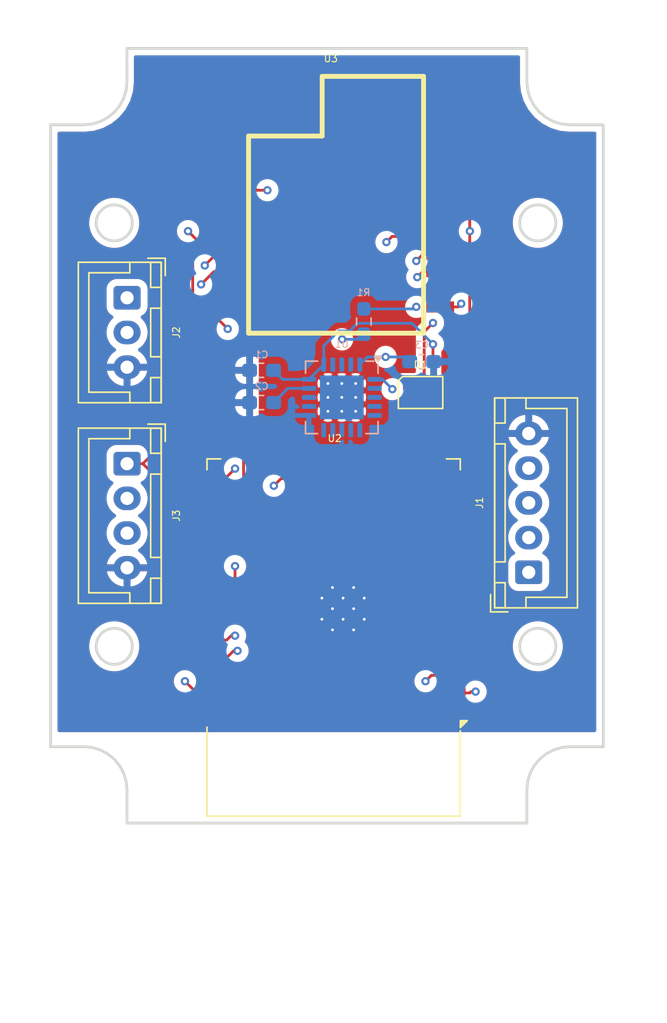
<source format=kicad_pcb>
(kicad_pcb (version 20241229) (generator "pcbnew") (generator_version "9.0")
  (layers (0 "F.Cu" signal) (4 "In1.Cu" signal) (6 "In2.Cu" signal) (2 "B.Cu" signal) (13 "F.Paste" user) (15 "B.Paste" user) (5 "F.SilkS" user "F.Silkscreen") (7 "B.SilkS" user "B.Silkscreen") (1 "F.Mask" user) (3 "B.Mask" user) (25 "Edge.Cuts" user))
  (net 0 "")
  (net 1 "GND")
  (net 2 "+3.3V")
  (net 3 "+5V")
  (net 4 "Net-(U1-NR)")
  (net 6 "/SPORT")
  (net 7 "/RX")
  (net 8 "/TX")
  (net 9 "/BOOT0")
  (net 10 "/SDA")
  (net 11 "/SCK")
  (net 12 "Net-(U2-EN)")
  (net 21 "/DIO2")
  (net 25 "/NSS")
  (net 27 "/BUSY")
  (net 28 "/MOSI")
  (net 32 "/RX_EN")
  (net 36 "/TX_EN")
  (net 37 "/MISO")
  (net 41 "/NRESET")
  (net 44 "/DIO1")
  (footprint "Connector_JST:JST_XH_B4B-XH-A_1x04_P2.50mm_Vertical" (layer "F.Cu") (at 134.6 86.125 -90)
    (property "Reference" "J3" (at 3.75 -3.55 90) (layer "F.SilkS") (effects (font (size 0.5 0.5) (thickness 0.08))))
    (property "Value" "Conn_01x04_Socket" (hide yes))
    (fp_line (start -2.56 3.51) (end 10.06 3.51) (stroke (width 0.12)) (layer "F.SilkS"))
    (fp_line (start 10.06 3.51) (end 10.06 -2.46) (stroke (width 0.12)) (layer "F.SilkS"))
    (fp_line (start -1.8 2.75) (end 3.75 2.75) (stroke (width 0.12)) (layer "F.SilkS"))
    (fp_line (start 9.3 2.75) (end 3.75 2.75) (stroke (width 0.12)) (layer "F.SilkS"))
    (fp_line (start -2.55 -0.2) (end -1.8 -0.2) (stroke (width 0.12)) (layer "F.SilkS"))
    (fp_line (start -1.8 -0.2) (end -1.8 2.75) (stroke (width 0.12)) (layer "F.SilkS"))
    (fp_line (start 9.3 -0.2) (end 9.3 2.75) (stroke (width 0.12)) (layer "F.SilkS"))
    (fp_line (start 10.05 -0.2) (end 9.3 -0.2) (stroke (width 0.12)) (layer "F.SilkS"))
    (fp_line (start -2.55 -1.7) (end -0.75 -1.7) (stroke (width 0.12)) (layer "F.SilkS"))
    (fp_line (start -0.75 -1.7) (end -0.75 -2.45) (stroke (width 0.12)) (layer "F.SilkS"))
    (fp_line (start 0.75 -1.7) (end 6.75 -1.7) (stroke (width 0.12)) (layer "F.SilkS"))
    (fp_line (start 6.75 -1.7) (end 6.75 -2.45) (stroke (width 0.12)) (layer "F.SilkS"))
    (fp_line (start 8.25 -1.7) (end 10.05 -1.7) (stroke (width 0.12)) (layer "F.SilkS"))
    (fp_line (start 10.05 -1.7) (end 10.05 -2.45) (stroke (width 0.12)) (layer "F.SilkS"))
    (fp_line (start -2.55 -2.45) (end -2.55 -1.7) (stroke (width 0.12)) (layer "F.SilkS"))
    (fp_line (start -0.75 -2.45) (end -2.55 -2.45) (stroke (width 0.12)) (layer "F.SilkS"))
    (fp_line (start 0.75 -2.45) (end 0.75 -1.7) (stroke (width 0.12)) (layer "F.SilkS"))
    (fp_line (start 6.75 -2.45) (end 0.75 -2.45) (stroke (width 0.12)) (layer "F.SilkS"))
    (fp_line (start 8.25 -2.45) (end 8.25 -1.7) (stroke (width 0.12)) (layer "F.SilkS"))
    (fp_line (start 10.05 -2.45) (end 8.25 -2.45) (stroke (width 0.12)) (layer "F.SilkS"))
    (fp_line (start -2.56 -2.46) (end -2.56 3.51) (stroke (width 0.12)) (layer "F.SilkS"))
    (fp_line (start 10.06 -2.46) (end -2.56 -2.46) (stroke (width 0.12)) (layer "F.SilkS"))
    (fp_line (start -2.85 -2.75) (end -2.85 -1.5) (stroke (width 0.12)) (layer "F.SilkS"))
    (fp_line (start -1.6 -2.75) (end -2.85 -2.75) (stroke (width 0.12)) (layer "F.SilkS"))
    (pad "1" thru_hole roundrect (at 0 0 270) (size 1.7 1.95) (drill 0.95) (layers "*.Cu" "*.Mask") (roundrect_rratio 0.147059) (net 11 "/SCK"))
    (pad "2" thru_hole oval (at 2.5 0 270) (size 1.7 1.95) (drill 0.95) (layers "*.Cu" "*.Mask") (net 10 "/SDA"))
    (pad "3" thru_hole oval (at 5 0 270) (size 1.7 1.95) (drill 0.95) (layers "*.Cu" "*.Mask") (net 2 "+3.3V"))
    (pad "4" thru_hole oval (at 7.5 0 270) (size 1.7 1.95) (drill 0.95) (layers "*.Cu" "*.Mask") (net 1 "GND"))
  )
  (footprint "LED_SMD:LED_WS2812B-2020_PLCC4_2.0x2.0mm" (layer "F.Cu") (at 155.735 81)
    (property "Reference" "D1" (at 0 -2 0) (layer "F.SilkS") (effects (font (size 0.5 0.5) (thickness 0.08))))
    (property "Value" "WS2812B-2020" (hide yes))
    (fp_line (start -1.6 1.15) (end -1.6 -0.85) (stroke (width 0.12)) (layer "F.SilkS"))
    (fp_line (start -1.6 1.15) (end 1.6 1.15) (stroke (width 0.12)) (layer "F.SilkS"))
    (fp_line (start -1.3 -1.15) (end -1.6 -0.85) (stroke (width 0.12)) (layer "F.SilkS"))
    (fp_line (start -1.3 -1.15) (end 1.6 -1.15) (stroke (width 0.12)) (layer "F.SilkS"))
    (fp_line (start 1.6 -1.15) (end 1.6 1.15) (stroke (width 0.12)) (layer "F.SilkS"))
    (pad "1" smd rect (at -0.915 -0.55) (size 0.7 0.7) (layers "F.Cu" "F.Mask" "F.Paste"))
    (pad "2" smd rect (at -0.915 0.55) (size 0.7 0.7) (layers "F.Cu" "F.Mask" "F.Paste") (net 1 "GND"))
    (pad "3" smd rect (at 0.915 0.55) (size 0.7 0.7) (layers "F.Cu" "F.Mask" "F.Paste") (net 6 "/SPORT"))
    (pad "4" smd rect (at 0.915 -0.55) (size 0.7 0.7) (layers "F.Cu" "F.Mask" "F.Paste") (net 3 "+5V"))
  )
  (footprint "Connector_JST:JST_XH_B3B-XH-A_1x03_P2.50mm_Vertical" (layer "F.Cu") (at 134.6 74.175 -90)
    (property "Reference" "J2" (at 2.5 -3.55 90) (layer "F.SilkS") (effects (font (size 0.5 0.5) (thickness 0.08))))
    (property "Value" "Conn_01x03_Socket" (hide yes))
    (fp_line (start -2.56 3.51) (end 7.56 3.51) (stroke (width 0.12)) (layer "F.SilkS"))
    (fp_line (start 7.56 3.51) (end 7.56 -2.46) (stroke (width 0.12)) (layer "F.SilkS"))
    (fp_line (start -1.8 2.75) (end 2.5 2.75) (stroke (width 0.12)) (layer "F.SilkS"))
    (fp_line (start 6.8 2.75) (end 2.5 2.75) (stroke (width 0.12)) (layer "F.SilkS"))
    (fp_line (start -2.55 -0.2) (end -1.8 -0.2) (stroke (width 0.12)) (layer "F.SilkS"))
    (fp_line (start -1.8 -0.2) (end -1.8 2.75) (stroke (width 0.12)) (layer "F.SilkS"))
    (fp_line (start 6.8 -0.2) (end 6.8 2.75) (stroke (width 0.12)) (layer "F.SilkS"))
    (fp_line (start 7.55 -0.2) (end 6.8 -0.2) (stroke (width 0.12)) (layer "F.SilkS"))
    (fp_line (start -2.55 -1.7) (end -0.75 -1.7) (stroke (width 0.12)) (layer "F.SilkS"))
    (fp_line (start -0.75 -1.7) (end -0.75 -2.45) (stroke (width 0.12)) (layer "F.SilkS"))
    (fp_line (start 0.75 -1.7) (end 4.25 -1.7) (stroke (width 0.12)) (layer "F.SilkS"))
    (fp_line (start 4.25 -1.7) (end 4.25 -2.45) (stroke (width 0.12)) (layer "F.SilkS"))
    (fp_line (start 5.75 -1.7) (end 7.55 -1.7) (stroke (width 0.12)) (layer "F.SilkS"))
    (fp_line (start 7.55 -1.7) (end 7.55 -2.45) (stroke (width 0.12)) (layer "F.SilkS"))
    (fp_line (start -2.55 -2.45) (end -2.55 -1.7) (stroke (width 0.12)) (layer "F.SilkS"))
    (fp_line (start -0.75 -2.45) (end -2.55 -2.45) (stroke (width 0.12)) (layer "F.SilkS"))
    (fp_line (start 0.75 -2.45) (end 0.75 -1.7) (stroke (width 0.12)) (layer "F.SilkS"))
    (fp_line (start 4.25 -2.45) (end 0.75 -2.45) (stroke (width 0.12)) (layer "F.SilkS"))
    (fp_line (start 5.75 -2.45) (end 5.75 -1.7) (stroke (width 0.12)) (layer "F.SilkS"))
    (fp_line (start 7.55 -2.45) (end 5.75 -2.45) (stroke (width 0.12)) (layer "F.SilkS"))
    (fp_line (start -2.56 -2.46) (end -2.56 3.51) (stroke (width 0.12)) (layer "F.SilkS"))
    (fp_line (start 7.56 -2.46) (end -2.56 -2.46) (stroke (width 0.12)) (layer "F.SilkS"))
    (fp_line (start -2.85 -2.75) (end -2.85 -1.5) (stroke (width 0.12)) (layer "F.SilkS"))
    (fp_line (start -1.6 -2.75) (end -2.85 -2.75) (stroke (width 0.12)) (layer "F.SilkS"))
    (pad "1" thru_hole roundrect (at 0 0 270) (size 1.7 1.95) (drill 0.95) (layers "*.Cu" "*.Mask") (roundrect_rratio 0.147059) (net 6 "/SPORT"))
    (pad "2" thru_hole oval (at 2.5 0 270) (size 1.7 1.95) (drill 0.95) (layers "*.Cu" "*.Mask") (net 2 "+3.3V"))
    (pad "3" thru_hole oval (at 5 0 270) (size 1.7 1.95) (drill 0.95) (layers "*.Cu" "*.Mask") (net 1 "GND"))
  )
  (footprint "Connector_JST:JST_XH_B5B-XH-A_1x05_P2.50mm_Vertical" (layer "F.Cu") (at 163.525 93.95 90)
    (property "Reference" "J1" (at 5 -3.55 90) (layer "F.SilkS") (effects (font (size 0.5 0.5) (thickness 0.08))))
    (property "Value" "Conn_01x05_Socket" (hide yes))
    (fp_line (start -1.6 -2.75) (end -2.85 -2.75) (stroke (width 0.12)) (layer "F.SilkS"))
    (fp_line (start -2.85 -2.75) (end -2.85 -1.5) (stroke (width 0.12)) (layer "F.SilkS"))
    (fp_line (start 12.56 -2.46) (end -2.56 -2.46) (stroke (width 0.12)) (layer "F.SilkS"))
    (fp_line (start -2.56 -2.46) (end -2.56 3.51) (stroke (width 0.12)) (layer "F.SilkS"))
    (fp_line (start 12.55 -2.45) (end 10.75 -2.45) (stroke (width 0.12)) (layer "F.SilkS"))
    (fp_line (start 10.75 -2.45) (end 10.75 -1.7) (stroke (width 0.12)) (layer "F.SilkS"))
    (fp_line (start 9.25 -2.45) (end 0.75 -2.45) (stroke (width 0.12)) (layer "F.SilkS"))
    (fp_line (start 0.75 -2.45) (end 0.75 -1.7) (stroke (width 0.12)) (layer "F.SilkS"))
    (fp_line (start -0.75 -2.45) (end -2.55 -2.45) (stroke (width 0.12)) (layer "F.SilkS"))
    (fp_line (start -2.55 -2.45) (end -2.55 -1.7) (stroke (width 0.12)) (layer "F.SilkS"))
    (fp_line (start 12.55 -1.7) (end 12.55 -2.45) (stroke (width 0.12)) (layer "F.SilkS"))
    (fp_line (start 10.75 -1.7) (end 12.55 -1.7) (stroke (width 0.12)) (layer "F.SilkS"))
    (fp_line (start 9.25 -1.7) (end 9.25 -2.45) (stroke (width 0.12)) (layer "F.SilkS"))
    (fp_line (start 0.75 -1.7) (end 9.25 -1.7) (stroke (width 0.12)) (layer "F.SilkS"))
    (fp_line (start -0.75 -1.7) (end -0.75 -2.45) (stroke (width 0.12)) (layer "F.SilkS"))
    (fp_line (start -2.55 -1.7) (end -0.75 -1.7) (stroke (width 0.12)) (layer "F.SilkS"))
    (fp_line (start 12.55 -0.2) (end 11.8 -0.2) (stroke (width 0.12)) (layer "F.SilkS"))
    (fp_line (start 11.8 -0.2) (end 11.8 2.75) (stroke (width 0.12)) (layer "F.SilkS"))
    (fp_line (start -1.8 -0.2) (end -1.8 2.75) (stroke (width 0.12)) (layer "F.SilkS"))
    (fp_line (start -2.55 -0.2) (end -1.8 -0.2) (stroke (width 0.12)) (layer "F.SilkS"))
    (fp_line (start 11.8 2.75) (end 5 2.75) (stroke (width 0.12)) (layer "F.SilkS"))
    (fp_line (start -1.8 2.75) (end 5 2.75) (stroke (width 0.12)) (layer "F.SilkS"))
    (fp_line (start 12.56 3.51) (end 12.56 -2.46) (stroke (width 0.12)) (layer "F.SilkS"))
    (fp_line (start -2.56 3.51) (end 12.56 3.51) (stroke (width 0.12)) (layer "F.SilkS"))
    (pad "1" thru_hole roundrect (at 0 0 90) (size 1.7 1.95) (drill 0.95) (layers "*.Cu" "*.Mask") (roundrect_rratio 0.147059) (net 9 "/BOOT0"))
    (pad "2" thru_hole oval (at 2.5 0 90) (size 1.7 1.95) (drill 0.95) (layers "*.Cu" "*.Mask") (net 8 "/TX"))
    (pad "3" thru_hole oval (at 5 0 90) (size 1.7 1.95) (drill 0.95) (layers "*.Cu" "*.Mask") (net 7 "/RX"))
    (pad "4" thru_hole oval (at 7.5 0 90) (size 1.7 1.95) (drill 0.95) (layers "*.Cu" "*.Mask") (net 2 "+3.3V"))
    (pad "5" thru_hole oval (at 10 0 90) (size 1.7 1.95) (drill 0.95) (layers "*.Cu" "*.Mask") (net 1 "GND"))
  )
  (footprint "RF_Module:ESP32-WROOM-32" (layer "F.Cu") (at 149.475 95.66 180)
    (property "Reference" "U2" (at -0.075 11.36 0) (layer "F.SilkS") (effects (font (size 0.5 0.5) (thickness 0.08))))
    (property "Value" "ESP32-WROOM-32" (hide yes))
    (fp_line (start 9.12 9.88) (end 8.12 9.88) (stroke (width 0.12)) (layer "F.SilkS"))
    (fp_line (start 9.12 9.1) (end 9.12 9.88) (stroke (width 0.12)) (layer "F.SilkS"))
    (fp_line (start 9.12 -15.86) (end 9.12 -9.445) (stroke (width 0.12)) (layer "F.SilkS"))
    (fp_line (start -9.12 9.88) (end -8.12 9.88) (stroke (width 0.12)) (layer "F.SilkS"))
    (fp_line (start -9.12 9.1) (end -9.12 9.88) (stroke (width 0.12)) (layer "F.SilkS"))
    (fp_line (start -9.12 -15.86) (end 9.12 -15.86) (stroke (width 0.12)) (layer "F.SilkS"))
    (fp_line (start -9.12 -15.86) (end -9.12 -9.7) (stroke (width 0.12)) (layer "F.SilkS"))
    (fp_poly (pts (xy -9.125 -8.975) (xy -9.625 -8.975) (xy -9.125 -9.475) (xy -9.125 -8.975)) (stroke (width 0.12)) (fill yes) (layer "F.SilkS"))
    (pad "1" smd rect (at -8.75 -8.25 180) (size 1.5 0.9) (layers "F.Cu" "F.Mask" "F.Paste") (net 1 "GND"))
    (pad "2" smd rect (at -8.75 -6.98 180) (size 1.5 0.9) (layers "F.Cu" "F.Mask" "F.Paste") (net 2 "+3.3V"))
    (pad "3" smd rect (at -8.75 -5.71 180) (size 1.5 0.9) (layers "F.Cu" "F.Mask" "F.Paste") (net 12 "Net-(U2-EN)"))
    (pad "4" smd rect (at -8.75 -4.44 180) (size 1.5 0.9) (layers "F.Cu" "F.Mask" "F.Paste"))
    (pad "5" smd rect (at -8.75 -3.17 180) (size 1.5 0.9) (layers "F.Cu" "F.Mask" "F.Paste"))
    (pad "6" smd rect (at -8.75 -1.9 180) (size 1.5 0.9) (layers "F.Cu" "F.Mask" "F.Paste"))
    (pad "7" smd rect (at -8.75 -0.63 180) (size 1.5 0.9) (layers "F.Cu" "F.Mask" "F.Paste"))
    (pad "8" smd rect (at -8.75 0.64 180) (size 1.5 0.9) (layers "F.Cu" "F.Mask" "F.Paste"))
    (pad "9" smd rect (at -8.75 1.91 180) (size 1.5 0.9) (layers "F.Cu" "F.Mask" "F.Paste"))
    (pad "10" smd rect (at -8.75 3.18 180) (size 1.5 0.9) (layers "F.Cu" "F.Mask" "F.Paste"))
    (pad "11" smd rect (at -8.75 4.45 180) (size 1.5 0.9) (layers "F.Cu" "F.Mask" "F.Paste") (net 36 "/TX_EN"))
    (pad "12" smd rect (at -8.75 5.72 180) (size 1.5 0.9) (layers "F.Cu" "F.Mask" "F.Paste") (net 32 "/RX_EN"))
    (pad "13" smd rect (at -8.75 6.99 180) (size 1.5 0.9) (layers "F.Cu" "F.Mask" "F.Paste") (net 41 "/NRESET"))
    (pad "14" smd rect (at -8.75 8.26 180) (size 1.5 0.9) (layers "F.Cu" "F.Mask" "F.Paste"))
    (pad "15" smd rect (at -5.71 9.51 270) (size 1.5 0.9) (layers "F.Cu" "F.Mask" "F.Paste") (net 1 "GND"))
    (pad "16" smd rect (at -4.44 9.51 270) (size 1.5 0.9) (layers "F.Cu" "F.Mask" "F.Paste") (net 6 "/SPORT"))
    (pad "17" smd rect (at -3.17 9.51 270) (size 1.5 0.9) (layers "F.Cu" "F.Mask" "F.Paste"))
    (pad "18" smd rect (at -1.9 9.51 270) (size 1.5 0.9) (layers "F.Cu" "F.Mask" "F.Paste"))
    (pad "19" smd rect (at -0.63 9.51 270) (size 1.5 0.9) (layers "F.Cu" "F.Mask" "F.Paste"))
    (pad "20" smd rect (at 0.64 9.51 270) (size 1.5 0.9) (layers "F.Cu" "F.Mask" "F.Paste"))
    (pad "21" smd rect (at 1.91 9.51 270) (size 1.5 0.9) (layers "F.Cu" "F.Mask" "F.Paste"))
    (pad "22" smd rect (at 3.18 9.51 270) (size 1.5 0.9) (layers "F.Cu" "F.Mask" "F.Paste") (net 10 "/SDA"))
    (pad "23" smd rect (at 4.45 9.51 270) (size 1.5 0.9) (layers "F.Cu" "F.Mask" "F.Paste"))
    (pad "24" smd rect (at 5.72 9.51 270) (size 1.5 0.9) (layers "F.Cu" "F.Mask" "F.Paste") (net 21 "/DIO2"))
    (pad "25" smd rect (at 8.75 8.26 180) (size 1.5 0.9) (layers "F.Cu" "F.Mask" "F.Paste") (net 9 "/BOOT0"))
    (pad "26" smd rect (at 8.75 6.99 180) (size 1.5 0.9) (layers "F.Cu" "F.Mask" "F.Paste") (net 44 "/DIO1"))
    (pad "27" smd rect (at 8.75 5.72 180) (size 1.5 0.9) (layers "F.Cu" "F.Mask" "F.Paste"))
    (pad "28" smd rect (at 8.75 4.45 180) (size 1.5 0.9) (layers "F.Cu" "F.Mask" "F.Paste"))
    (pad "29" smd rect (at 8.75 3.18 180) (size 1.5 0.9) (layers "F.Cu" "F.Mask" "F.Paste") (net 25 "/NSS"))
    (pad "30" smd rect (at 8.75 1.91 180) (size 1.5 0.9) (layers "F.Cu" "F.Mask" "F.Paste") (net 11 "/SCK"))
    (pad "31" smd rect (at 8.75 0.64 180) (size 1.5 0.9) (layers "F.Cu" "F.Mask" "F.Paste") (net 37 "/MISO"))
    (pad "32" smd rect (at 8.75 -0.63 180) (size 1.5 0.9) (layers "F.Cu" "F.Mask" "F.Paste"))
    (pad "33" smd rect (at 8.75 -1.9 180) (size 1.5 0.9) (layers "F.Cu" "F.Mask" "F.Paste") (net 27 "/BUSY"))
    (pad "34" smd rect (at 8.75 -3.17 180) (size 1.5 0.9) (layers "F.Cu" "F.Mask" "F.Paste") (net 7 "/RX"))
    (pad "35" smd rect (at 8.75 -4.44 180) (size 1.5 0.9) (layers "F.Cu" "F.Mask" "F.Paste") (net 8 "/TX"))
    (pad "36" smd rect (at 8.75 -5.71 180) (size 1.5 0.9) (layers "F.Cu" "F.Mask" "F.Paste"))
    (pad "37" smd rect (at 8.75 -6.98 180) (size 1.5 0.9) (layers "F.Cu" "F.Mask" "F.Paste") (net 28 "/MOSI"))
    (pad "38" smd rect (at 8.75 -8.25 180) (size 1.5 0.9) (layers "F.Cu" "F.Mask" "F.Paste") (net 1 "GND"))
    (pad "39" smd rect (at -2.205 -2.435 180) (size 1.05 1.05) (layers "F.Cu" "F.Paste") (net 1 "GND"))
    (pad "39" thru_hole circle (at -2.205 -1.6725 180) (size 0.6 0.6) (drill 0.2) (property pad_prop_heatsink) (layers "*.Cu" "F.Mask") (net 1 "GND"))
    (pad "39" smd rect (at -2.205 -0.91 180) (size 1.05 1.05) (layers "F.Cu" "F.Paste") (net 1 "GND"))
    (pad "39" thru_hole circle (at -2.205 -0.1475 180) (size 0.6 0.6) (drill 0.2) (property pad_prop_heatsink) (layers "*.Cu" "F.Mask") (net 1 "GND"))
    (pad "39" smd rect (at -2.205 0.615 180) (size 1.05 1.05) (layers "F.Cu" "F.Paste") (net 1 "GND"))
    (pad "39" thru_hole circle (at -1.4425 -2.435 180) (size 0.6 0.6) (drill 0.2) (property pad_prop_heatsink) (layers "*.Cu" "F.Mask") (net 1 "GND"))
    (pad "39" thru_hole circle (at -1.4425 -0.91 180) (size 0.6 0.6) (drill 0.2) (property pad_prop_heatsink) (layers "*.Cu" "F.Mask") (net 1 "GND"))
    (pad "39" thru_hole circle (at -1.4425 0.615 180) (size 0.6 0.6) (drill 0.2) (property pad_prop_heatsink) (layers "*.Cu" "F.Mask") (net 1 "GND"))
    (pad "39" smd rect (at -0.68 -2.435 180) (size 1.05 1.05) (layers "F.Cu" "F.Paste") (net 1 "GND"))
    (pad "39" thru_hole circle (at -0.68 -1.6725 180) (size 0.6 0.6) (drill 0.2) (property pad_prop_heatsink) (layers "*.Cu" "F.Mask") (net 1 "GND"))
    (pad "39" smd rect (at -0.68 -0.91 180) (size 1.05 1.05) (layers "F.Cu" "F.Paste") (net 1 "GND"))
    (pad "39" smd rect (at -0.68 -0.91 180) (size 4.2 4.2) (property pad_prop_heatsink) (layers "F.Cu" "F.Mask") (net 1 "GND"))
    (pad "39" thru_hole circle (at -0.68 -0.1475 180) (size 0.6 0.6) (drill 0.2) (property pad_prop_heatsink) (layers "*.Cu" "F.Mask") (net 1 "GND"))
    (pad "39" smd rect (at -0.68 0.615 180) (size 1.05 1.05) (layers "F.Cu" "F.Paste") (net 1 "GND"))
    (pad "39" thru_hole circle (at 0.0825 -2.435 180) (size 0.6 0.6) (drill 0.2) (property pad_prop_heatsink) (layers "*.Cu" "F.Mask") (net 1 "GND"))
    (pad "39" thru_hole circle (at 0.0825 -0.91 180) (size 0.6 0.6) (drill 0.2) (property pad_prop_heatsink) (layers "*.Cu" "F.Mask") (net 1 "GND"))
    (pad "39" thru_hole circle (at 0.0825 0.615 180) (size 0.6 0.6) (drill 0.2) (property pad_prop_heatsink) (layers "*.Cu" "F.Mask") (net 1 "GND"))
    (pad "39" smd rect (at 0.845 -2.435 180) (size 1.05 1.05) (layers "F.Cu" "F.Paste") (net 1 "GND"))
    (pad "39" thru_hole circle (at 0.845 -1.6725 180) (size 0.6 0.6) (drill 0.2) (property pad_prop_heatsink) (layers "*.Cu" "F.Mask") (net 1 "GND"))
    (pad "39" smd rect (at 0.845 -0.91 180) (size 1.05 1.05) (layers "F.Cu" "F.Paste") (net 1 "GND"))
    (pad "39" thru_hole circle (at 0.845 -0.1475 180) (size 0.6 0.6) (drill 0.2) (property pad_prop_heatsink) (layers "*.Cu" "F.Mask") (net 1 "GND"))
    (pad "39" smd rect (at 0.845 0.615 180) (size 1.05 1.05) (layers "F.Cu" "F.Paste") (net 1 "GND"))
    (zone (net 0) (net_name "") (layers "F.Cu" "B.Cu" "In1.Cu" "In2.Cu") (connect_pads (clearance 0)) (min_thickness 0.254)
      (keepout (tracks not_allowed) (vias not_allowed) (pads not_allowed) (copperpour not_allowed) (footprints not_allowed))
      (fill (thermal_gap 0.508) (thermal_bridge_width 0.508))
      (polygon (pts (xy 173.475 105.46) (xy 125.475 105.46) (xy 125.475 126.4) (xy 173.475 126.4)))
    )
  )
  (footprint "Library:E28" (layer "F.Cu") (at 149.15 68.585 90)
    (property "Reference" "U3" (at 11.635 0.125 0) (layer "F.SilkS") (effects (font (size 0.5 0.5) (thickness 0.08))))
    (property "Value" "E28-2G4M27S" (hide yes))
    (fp_line (start -8.14 -5.8) (end 6.06 -5.8) (stroke (width 0.35)) (layer "F.SilkS"))
    (fp_line (start 6.06 -0.5) (end 6.06 -5.8) (stroke (width 0.35)) (layer "F.SilkS"))
    (fp_line (start 6.06 -0.5) (end 10.36 -0.5) (stroke (width 0.35)) (layer "F.SilkS"))
    (fp_line (start 10.36 6.8) (end 10.36 -0.5) (stroke (width 0.35)) (layer "F.SilkS"))
    (fp_line (start -8.14 6.8) (end -8.14 -5.8) (stroke (width 0.35)) (layer "F.SilkS"))
    (fp_line (start -8.14 6.8) (end 10.36 6.8) (stroke (width 0.35)) (layer "F.SilkS"))
    (pad "1" smd rect (at -6.25 -7 270) (size 0.8 2) (layers "F.Cu" "F.Mask" "F.Paste") (net 2 "+3.3V"))
    (pad "1" smd rect (at -6.25 8 270) (size 0.8 2) (layers "F.Cu" "F.Mask" "F.Paste") (net 2 "+3.3V"))
    (pad "2" smd rect (at -4.98 -7 270) (size 0.8 2) (layers "F.Cu" "F.Mask" "F.Paste") (net 1 "GND"))
    (pad "2" smd rect (at -4.98 8 270) (size 0.8 2) (layers "F.Cu" "F.Mask" "F.Paste") (net 1 "GND"))
    (pad "3" smd rect (at -3.71 -7 270) (size 0.8 2) (layers "F.Cu" "F.Mask" "F.Paste") (net 37 "/MISO"))
    (pad "3" smd rect (at -3.71 8 270) (size 0.8 2) (layers "F.Cu" "F.Mask" "F.Paste") (net 37 "/MISO"))
    (pad "4" smd rect (at -2.44 -7 270) (size 0.8 2) (layers "F.Cu" "F.Mask" "F.Paste") (net 28 "/MOSI"))
    (pad "4" smd rect (at -2.44 8 270) (size 0.8 2) (layers "F.Cu" "F.Mask" "F.Paste") (net 28 "/MOSI"))
    (pad "5" smd rect (at -1.17 -7 270) (size 0.8 2) (layers "F.Cu" "F.Mask" "F.Paste") (net 11 "/SCK"))
    (pad "5" smd rect (at -1.17 8 270) (size 0.8 2) (layers "F.Cu" "F.Mask" "F.Paste") (net 11 "/SCK"))
    (pad "6" smd rect (at 0.1 -7 270) (size 0.8 2) (layers "F.Cu" "F.Mask" "F.Paste") (net 25 "/NSS"))
    (pad "6" smd rect (at 0.1 8 270) (size 0.8 2) (layers "F.Cu" "F.Mask" "F.Paste") (net 25 "/NSS"))
    (pad "7" smd rect (at 1.37 -7 270) (size 0.8 2) (layers "F.Cu" "F.Mask" "F.Paste") (net 1 "GND"))
    (pad "7" smd rect (at 1.37 8 270) (size 0.8 2) (layers "F.Cu" "F.Mask" "F.Paste") (net 1 "GND"))
    (pad "8" smd rect (at 2.64 -7 270) (size 0.8 2) (layers "F.Cu" "F.Mask" "F.Paste") (net 32 "/RX_EN"))
    (pad "8" smd rect (at 2.64 8 270) (size 0.8 2) (layers "F.Cu" "F.Mask" "F.Paste") (net 32 "/RX_EN"))
  )
  (footprint "Resistor_SMD:R_0603_1608Metric_Pad0.98x0.95mm_HandSolder" (layer "B.Cu") (at 151.65 75.8875 90)
    (property "Reference" "R1" (at 2.0875 -0.025 0) (layer "B.SilkS") (effects (font (size 0.5 0.5) (thickness 0.08)) (justify mirror)))
    (property "Value" "10K" (hide yes))
    (fp_line (start -0.254724 -0.5225) (end 0.254724 -0.5225) (stroke (width 0.12)) (layer "B.SilkS"))
    (fp_line (start -0.254724 0.5225) (end 0.254724 0.5225) (stroke (width 0.12)) (layer "B.SilkS"))
    (pad "1" smd roundrect (at -0.9125 0 90) (size 0.975 0.95) (layers "B.Cu" "B.Mask" "B.Paste") (net 2 "+3.3V"))
    (pad "2" smd roundrect (at 0.9125 0 90) (size 0.975 0.95) (layers "B.Cu" "B.Mask" "B.Paste") (net 12 "Net-(U2-EN)"))
  )
  (footprint "Capacitor_SMD:C_0603_1608Metric_Pad1.08x0.95mm_HandSolder" (layer "B.Cu") (at 144.2875 79.4 180)
    (property "Reference" "C1" (at 0 1.125 0) (layer "B.SilkS") (effects (font (size 0.5 0.5) (thickness 0.08)) (justify mirror)))
    (property "Value" "10uF" (hide yes))
    (fp_line (start -0.146267 0.51) (end 0.146267 0.51) (stroke (width 0.12)) (layer "B.SilkS"))
    (fp_line (start -0.146267 -0.51) (end 0.146267 -0.51) (stroke (width 0.12)) (layer "B.SilkS"))
    (pad "1" smd roundrect (at -0.8625 0 180) (size 1.075 0.95) (layers "B.Cu" "B.Mask" "B.Paste") (net 3 "+5V"))
    (pad "2" smd roundrect (at 0.8625 0 180) (size 1.075 0.95) (layers "B.Cu" "B.Mask" "B.Paste") (net 1 "GND"))
  )
  (footprint "Package_DFN_QFN:Texas_RGW0020A_VQFN-20-1EP_5x5mm_P0.65mm_EP3.15x3.15mm_ThermalVias" (layer "B.Cu") (at 150.0625 81.35 180)
    (property "Reference" "U1" (at 0 3.83 0) (layer "B.SilkS") (effects (font (size 0.5 0.5) (thickness 0.08)) (justify mirror)))
    (property "Value" "TPS7A4701xRGW" (hide yes))
    (fp_line (start 2.61 2.61) (end 2.61 1.735) (stroke (width 0.12)) (layer "B.SilkS"))
    (fp_line (start 2.61 -2.61) (end 2.61 -1.735) (stroke (width 0.12)) (layer "B.SilkS"))
    (fp_line (start 1.735 2.61) (end 2.61 2.61) (stroke (width 0.12)) (layer "B.SilkS"))
    (fp_line (start 1.735 -2.61) (end 2.61 -2.61) (stroke (width 0.12)) (layer "B.SilkS"))
    (fp_line (start -1.735 2.61) (end -2.31 2.61) (stroke (width 0.12)) (layer "B.SilkS"))
    (fp_line (start -1.735 -2.61) (end -2.61 -2.61) (stroke (width 0.12)) (layer "B.SilkS"))
    (fp_line (start -2.61 1.735) (end -2.61 2.37) (stroke (width 0.12)) (layer "B.SilkS"))
    (fp_line (start -2.61 -2.61) (end -2.61 -1.735) (stroke (width 0.12)) (layer "B.SilkS"))
    (fp_poly (pts (xy -2.61 2.61) (xy -2.85 2.94) (xy -2.37 2.94) (xy -2.61 2.61)) (stroke (width 0.12)) (fill yes) (layer "B.SilkS"))
    (pad "1" smd roundrect (at -2.3625 1.3 180) (size 1.025 0.35) (layers "B.Cu" "B.Mask" "B.Paste") (net 2 "+3.3V"))
    (pad "2" smd roundrect (at -2.3625 0.65 180) (size 1.025 0.35) (layers "B.Cu" "B.Mask" "B.Paste"))
    (pad "3" smd roundrect (at -2.3625 0 180) (size 1.025 0.35) (layers "B.Cu" "B.Mask" "B.Paste"))
    (pad "4" smd roundrect (at -2.3625 -0.65 180) (size 1.025 0.35) (layers "B.Cu" "B.Mask" "B.Paste"))
    (pad "5" smd roundrect (at -2.3625 -1.3 180) (size 1.025 0.35) (layers "B.Cu" "B.Mask" "B.Paste"))
    (pad "6" smd roundrect (at -1.3 -2.3625 180) (size 0.35 1.025) (layers "B.Cu" "B.Mask" "B.Paste"))
    (pad "7" smd roundrect (at -0.65 -2.3625 180) (size 0.35 1.025) (layers "B.Cu" "B.Mask" "B.Paste") (net 1 "GND"))
    (pad "8" smd roundrect (at 0 -2.3625 180) (size 0.35 1.025) (layers "B.Cu" "B.Mask" "B.Paste") (net 1 "GND"))
    (pad "9" smd roundrect (at 0.65 -2.3625 180) (size 0.35 1.025) (layers "B.Cu" "B.Mask" "B.Paste"))
    (pad "10" smd roundrect (at 1.3 -2.3625 180) (size 0.35 1.025) (layers "B.Cu" "B.Mask" "B.Paste"))
    (pad "11" smd roundrect (at 2.3625 -1.3 180) (size 1.025 0.35) (layers "B.Cu" "B.Mask" "B.Paste") (net 1 "GND"))
    (pad "12" smd roundrect (at 2.3625 -0.65 180) (size 1.025 0.35) (layers "B.Cu" "B.Mask" "B.Paste") (net 1 "GND"))
    (pad "13" smd roundrect (at 2.3625 0 180) (size 1.025 0.35) (layers "B.Cu" "B.Mask" "B.Paste") (net 3 "+5V"))
    (pad "14" smd roundrect (at 2.3625 0.65 180) (size 1.025 0.35) (layers "B.Cu" "B.Mask" "B.Paste") (net 4 "Net-(U1-NR)"))
    (pad "15" smd roundrect (at 2.3625 1.3 180) (size 1.025 0.35) (layers "B.Cu" "B.Mask" "B.Paste") (net 3 "+5V"))
    (pad "16" smd roundrect (at 1.3 2.3625 180) (size 0.35 1.025) (layers "B.Cu" "B.Mask" "B.Paste") (net 3 "+5V"))
    (pad "17" smd roundrect (at 0.65 2.3625 180) (size 0.35 1.025) (layers "B.Cu" "B.Mask" "B.Paste"))
    (pad "18" smd roundrect (at 0 2.3625 180) (size 0.35 1.025) (layers "B.Cu" "B.Mask" "B.Paste"))
    (pad "19" smd roundrect (at -0.65 2.3625 180) (size 0.35 1.025) (layers "B.Cu" "B.Mask" "B.Paste"))
    (pad "20" smd roundrect (at -1.3 2.3625 180) (size 0.35 1.025) (layers "B.Cu" "B.Mask" "B.Paste") (net 2 "+3.3V"))
    (pad "21" thru_hole circle (at -1 -1 180) (size 0.5 0.5) (drill 0.2) (property pad_prop_heatsink) (layers "*.Cu") (net 1 "GND"))
    (pad "21" thru_hole circle (at -1 0 180) (size 0.5 0.5) (drill 0.2) (property pad_prop_heatsink) (layers "*.Cu") (net 1 "GND"))
    (pad "21" thru_hole circle (at -1 1 180) (size 0.5 0.5) (drill 0.2) (property pad_prop_heatsink) (layers "*.Cu") (net 1 "GND"))
    (pad "21" thru_hole circle (at 0 -1 180) (size 0.5 0.5) (drill 0.2) (property pad_prop_heatsink) (layers "*.Cu") (net 1 "GND"))
    (pad "21" thru_hole circle (at 0 0 180) (size 0.5 0.5) (drill 0.2) (property pad_prop_heatsink) (layers "*.Cu") (net 1 "GND"))
    (pad "21" smd rect (at 0 0 180) (size 2.5 2.5) (property pad_prop_heatsink) (layers "F.Cu") (net 1 "GND"))
    (pad "21" smd rect (at 0 0 180) (size 3.15 3.15) (property pad_prop_heatsink) (layers "B.Cu" "B.Mask") (net 1 "GND"))
    (pad "21" thru_hole circle (at 0 1 180) (size 0.5 0.5) (drill 0.2) (property pad_prop_heatsink) (layers "*.Cu") (net 1 "GND"))
    (pad "21" thru_hole circle (at 1 -1 180) (size 0.5 0.5) (drill 0.2) (property pad_prop_heatsink) (layers "*.Cu") (net 1 "GND"))
    (pad "21" thru_hole circle (at 1 0 180) (size 0.5 0.5) (drill 0.2) (property pad_prop_heatsink) (layers "*.Cu") (net 1 "GND"))
    (pad "21" thru_hole circle (at 1 1 180) (size 0.5 0.5) (drill 0.2) (property pad_prop_heatsink) (layers "*.Cu") (net 1 "GND"))
  )
  (footprint "Capacitor_SMD:C_0603_1608Metric_Pad1.08x0.95mm_HandSolder" (layer "B.Cu") (at 144.2875 81.725 180)
    (property "Reference" "C2" (at -0.0125 1.175 0) (layer "B.SilkS") (effects (font (size 0.5 0.5) (thickness 0.08)) (justify mirror)))
    (property "Value" "1uF" (hide yes))
    (fp_line (start -0.146267 0.51) (end 0.146267 0.51) (stroke (width 0.12)) (layer "B.SilkS"))
    (fp_line (start -0.146267 -0.51) (end 0.146267 -0.51) (stroke (width 0.12)) (layer "B.SilkS"))
    (pad "1" smd roundrect (at -0.8625 0 180) (size 1.075 0.95) (layers "B.Cu" "B.Mask" "B.Paste") (net 4 "Net-(U1-NR)"))
    (pad "2" smd roundrect (at 0.8625 0 180) (size 1.075 0.95) (layers "B.Cu" "B.Mask" "B.Paste") (net 1 "GND"))
  )
  (footprint "Capacitor_SMD:C_0603_1608Metric_Pad1.08x0.95mm_HandSolder" (layer "B.Cu") (at 155.8125 78.775)
    (property "Reference" "C3" (at 0.0125 -1.2 0) (layer "B.SilkS") (effects (font (size 0.5 0.5) (thickness 0.08)) (justify mirror)))
    (property "Value" "47uF" (hide yes))
    (fp_line (start -0.146267 -0.51) (end 0.146267 -0.51) (stroke (width 0.12)) (layer "B.SilkS"))
    (fp_line (start -0.146267 0.51) (end 0.146267 0.51) (stroke (width 0.12)) (layer "B.SilkS"))
    (pad "1" smd roundrect (at -0.8625 0) (size 1.075 0.95) (layers "B.Cu" "B.Mask" "B.Paste") (net 2 "+3.3V"))
    (pad "2" smd roundrect (at 0.8625 0) (size 1.075 0.95) (layers "B.Cu" "B.Mask" "B.Paste") (net 1 "GND"))
  )
  (gr_line (start 132.678505 61.479019) (end 132.096512 61.655545) (stroke (width 0.2)) (layer "Edge.Cuts"))
  (gr_circle (center 133.676892 68.779636) (end 134.976892 68.779636) (stroke (width 0.2)) (fill no) (layer "Edge.Cuts"))
  (gr_line (start 163.391262 112.012747) (end 163.391262 109.588177) (stroke (width 0.2)) (layer "Edge.Cuts"))
  (gr_line (start 133.685024 60.806478) (end 134.070827 60.33636) (stroke (width 0.2)) (layer "Edge.Cuts"))
  (gr_line (start 133.685022 107.419013) (end 134.070829 107.889136) (stroke (width 0.2)) (layer "Edge.Cuts"))
  (gr_circle (center 164.176892 99.279636) (end 165.476892 99.279636) (stroke (width 0.2)) (fill no) (layer "Edge.Cuts"))
  (gr_line (start 134.591279 58.637325) (end 134.53408 59.218003) (stroke (width 0.2)) (layer "Edge.Cuts"))
  (gr_line (start 163.625 108.42551) (end 163.911702 107.889126) (stroke (width 0.2)) (layer "Edge.Cuts"))
  (gr_line (start 129.091275 106.512743) (end 131.515831 106.512743) (stroke (width 0.2)) (layer "Edge.Cuts"))
  (gr_line (start 163.625 59.8) (end 163.448477 59.217996) (stroke (width 0.2)) (layer "Edge.Cuts"))
  (gr_line (start 163.391262 109.588177) (end 163.448477 109.007496) (stroke (width 0.2)) (layer "Edge.Cuts"))
  (gr_line (start 163.448477 59.217996) (end 163.391262 58.637332) (stroke (width 0.2)) (layer "Edge.Cuts"))
  (gr_line (start 164.767636 107.033184) (end 165.304017 106.746484) (stroke (width 0.2)) (layer "Edge.Cuts"))
  (gr_circle (center 164.176892 68.779636) (end 165.476892 68.779636) (stroke (width 0.2)) (fill no) (layer "Edge.Cuts"))
  (gr_line (start 134.591279 56.212739) (end 134.591279 58.637325) (stroke (width 0.2)) (layer "Edge.Cuts"))
  (gr_line (start 163.391262 58.637332) (end 163.391262 56.212739) (stroke (width 0.2)) (layer "Edge.Cuts"))
  (gr_circle (center 133.676892 99.279636) (end 134.976892 99.279636) (stroke (width 0.2)) (fill no) (layer "Edge.Cuts"))
  (gr_line (start 163.911705 60.33637) (end 163.625 59.8) (stroke (width 0.2)) (layer "Edge.Cuts"))
  (gr_line (start 131.515831 61.712743) (end 129.091275 61.712743) (stroke (width 0.2)) (layer "Edge.Cuts"))
  (gr_line (start 168.891251 61.712743) (end 166.466695 61.712743) (stroke (width 0.2)) (layer "Edge.Cuts"))
  (gr_line (start 164.767633 61.192315) (end 164.297535 60.806478) (stroke (width 0.2)) (layer "Edge.Cuts"))
  (gr_line (start 133.214882 107.03318) (end 133.685022 107.419013) (stroke (width 0.2)) (layer "Edge.Cuts"))
  (gr_line (start 134.591279 109.588184) (end 134.591279 112.012747) (stroke (width 0.2)) (layer "Edge.Cuts"))
  (gr_line (start 168.891251 62.082743) (end 168.891251 61.712743) (stroke (width 0.2)) (layer "Edge.Cuts"))
  (gr_line (start 166.466695 61.712743) (end 165.886031 61.655545) (stroke (width 0.2)) (layer "Edge.Cuts"))
  (gr_line (start 132.096512 61.655545) (end 131.515831 61.712743) (stroke (width 0.2)) (layer "Edge.Cuts"))
  (gr_line (start 132.096519 106.569942) (end 132.678511 106.746485) (stroke (width 0.2)) (layer "Edge.Cuts"))
  (gr_line (start 164.297537 107.419013) (end 164.767636 107.033184) (stroke (width 0.2)) (layer "Edge.Cuts"))
  (gr_line (start 129.091275 61.712743) (end 129.091275 62.082743) (stroke (width 0.2)) (layer "Edge.Cuts"))
  (gr_line (start 134.53408 109.007489) (end 134.591279 109.588184) (stroke (width 0.2)) (layer "Edge.Cuts"))
  (gr_line (start 165.886031 61.655545) (end 165.304023 61.47902) (stroke (width 0.2)) (layer "Edge.Cuts"))
  (gr_line (start 129.091275 64.69024) (end 129.091275 106.512743) (stroke (width 0.2)) (layer "Edge.Cuts"))
  (gr_line (start 165.304023 61.47902) (end 164.767633 61.192315) (stroke (width 0.2)) (layer "Edge.Cuts"))
  (gr_line (start 165.886024 106.569942) (end 166.466695 106.512743) (stroke (width 0.2)) (layer "Edge.Cuts"))
  (gr_line (start 164.297535 60.806478) (end 163.911705 60.33637) (stroke (width 0.2)) (layer "Edge.Cuts"))
  (gr_line (start 163.448477 109.007496) (end 163.625 108.42551) (stroke (width 0.2)) (layer "Edge.Cuts"))
  (gr_line (start 168.891251 106.512743) (end 168.891251 62.082743) (stroke (width 0.2)) (layer "Edge.Cuts"))
  (gr_line (start 134.357519 108.425497) (end 134.53408 109.007489) (stroke (width 0.2)) (layer "Edge.Cuts"))
  (gr_line (start 134.591279 112.012747) (end 163.391262 112.012747) (stroke (width 0.2)) (layer "Edge.Cuts"))
  (gr_line (start 132.678511 106.746485) (end 133.214882 107.03318) (stroke (width 0.2)) (layer "Edge.Cuts"))
  (gr_line (start 129.091275 62.082743) (end 129.091275 64.69024) (stroke (width 0.2)) (layer "Edge.Cuts"))
  (gr_line (start 133.214885 61.19232) (end 133.685024 60.806478) (stroke (width 0.2)) (layer "Edge.Cuts"))
  (gr_line (start 166.466695 106.512743) (end 168.891251 106.512743) (stroke (width 0.2)) (layer "Edge.Cuts"))
  (gr_line (start 165.304017 106.746484) (end 165.886024 106.569942) (stroke (width 0.2)) (layer "Edge.Cuts"))
  (gr_line (start 134.357519 59.800013) (end 134.53408 59.218003) (stroke (width 0.2)) (layer "Edge.Cuts"))
  (gr_line (start 163.391262 56.212739) (end 134.591279 56.212739) (stroke (width 0.2)) (layer "Edge.Cuts"))
  (gr_line (start 133.214885 61.19232) (end 132.678505 61.479019) (stroke (width 0.2)) (layer "Edge.Cuts"))
  (gr_line (start 134.070827 60.33636) (end 134.357519 59.800013) (stroke (width 0.2)) (layer "Edge.Cuts"))
  (gr_line (start 163.911702 107.889126) (end 164.297537 107.419013) (stroke (width 0.2)) (layer "Edge.Cuts"))
  (gr_line (start 134.070829 107.889136) (end 134.357519 108.425497) (stroke (width 0.2)) (layer "Edge.Cuts"))
  (gr_line (start 131.515831 106.512743) (end 132.096519 106.569942) (stroke (width 0.2)) (layer "Edge.Cuts"))
  (segment (start 141.8484 76.4169) (end 140.8483 75.4168) (width 0.2) (layer "F.Cu") (net 2))
  (segment (start 142.15 74.835) (end 140.8483 74.835) (width 0.2) (layer "F.Cu") (net 2))
  (segment (start 158.4517 74.8117) (end 158.4517 74.835) (width 0.2) (layer "F.Cu") (net 2))
  (segment (start 157.15 74.835) (end 158.4517 74.835) (width 0.2) (layer "F.Cu") (net 2))
  (segment (start 158.225 102.64) (end 159.2767 102.64) (width 0.2) (layer "F.Cu") (net 2))
  (segment (start 159.3713 102.5454) (end 159.2767 102.64) (width 0.2) (layer "F.Cu") (net 2))
  (segment (start 158.6634 74.6) (end 158.4517 74.8117) (width 0.2) (layer "F.Cu") (net 2))
  (segment (start 140.8483 75.4168) (end 140.8483 74.835) (width 0.2) (layer "F.Cu") (net 2))
  (segment (start 159.6976 102.5454) (end 159.3713 102.5454) (width 0.2) (layer "F.Cu") (net 2))
  (via (at 153.7039 80.7581) (size 0.6) (drill 0.3) (layers "F.Cu" "B.Cu") (net 2))
  (via (at 158.6634 74.6) (size 0.6) (drill 0.3) (layers "F.Cu" "B.Cu") (net 2))
  (via (at 150.0828 77.1678) (size 0.6) (drill 0.3) (layers "F.Cu" "B.Cu") (net 2))
  (via (at 153.2164 78.4376) (size 0.6) (drill 0.3) (layers "F.Cu" "B.Cu") (net 2))
  (via (at 141.8484 76.4169) (size 0.6) (drill 0.3) (layers "F.Cu" "B.Cu") (net 2))
  (via (at 159.6976 102.5454) (size 0.6) (drill 0.3) (layers "F.Cu" "B.Cu") (net 2))
  (segment (start 153.7039 80.7581) (end 152.9958 80.05) (width 0.2) (layer "B.Cu") (net 2))
  (segment (start 151.2822 77.1678) (end 151.65 76.8) (width 0.2) (layer "B.Cu") (net 2))
  (segment (start 152.9958 80.05) (end 152.425 80.05) (width 0.2) (layer "B.Cu") (net 2))
  (segment (start 153.2164 78.4376) (end 151.9124 78.4376) (width 0.2) (layer "B.Cu") (net 2))
  (segment (start 154.6126 78.4376) (end 154.95 78.775) (width 0.2) (layer "B.Cu") (net 2))
  (segment (start 151.9124 78.4376) (end 151.3625 78.9875) (width 0.2) (layer "B.Cu") (net 2))
  (segment (start 153.2164 78.4376) (end 154.6126 78.4376) (width 0.2) (layer "B.Cu") (net 2))
  (segment (start 150.0828 77.1678) (end 151.2822 77.1678) (width 0.2) (layer "B.Cu") (net 2))
  (segment (start 156.6283 79.7766) (end 156.6283 77.5216) (width 0.2) (layer "F.Cu") (net 3))
  (segment (start 156.65 80.45) (end 156.65 79.7983) (width 0.2) (layer "F.Cu") (net 3))
  (segment (start 156.65 79.7983) (end 156.6283 79.7766) (width 0.2) (layer "F.Cu") (net 3))
  (via (at 156.6283 77.5216) (size 0.6) (drill 0.3) (layers "F.Cu" "B.Cu") (net 3))
  (segment (start 148.7625 78.9875) (end 147.7 80.05) (width 0.2) (layer "B.Cu") (net 3))
  (segment (start 147.7 80.05) (end 146.8788 80.05) (width 0.2) (layer "B.Cu") (net 3))
  (segment (start 151.1887 76.0099) (end 150.6326 76.566) (width 0.2) (layer "B.Cu") (net 3))
  (segment (start 146.8788 80.05) (end 145.8 80.05) (width 0.2) (layer "B.Cu") (net 3))
  (segment (start 145.8 80.05) (end 145.15 79.4) (width 0.2) (layer "B.Cu") (net 3))
  (segment (start 155.1166 76.0099) (end 151.1887 76.0099) (width 0.2) (layer "B.Cu") (net 3))
  (segment (start 150.6326 76.5661) (end 149.8337 76.5661) (width 0.2) (layer "B.Cu") (net 3))
  (segment (start 148.7625 77.6373) (end 148.7625 78.9875) (width 0.2) (layer "B.Cu") (net 3))
  (segment (start 150.6326 76.566) (end 150.6326 76.5661) (width 0.2) (layer "B.Cu") (net 3))
  (segment (start 149.8337 76.5661) (end 148.7625 77.6373) (width 0.2) (layer "B.Cu") (net 3))
  (segment (start 156.6283 77.5216) (end 155.1166 76.0099) (width 0.2) (layer "B.Cu") (net 3))
  (segment (start 146.175 80.7) (end 145.15 81.725) (width 0.2) (layer "B.Cu") (net 4))
  (segment (start 147.7 80.7) (end 146.175 80.7) (width 0.2) (layer "B.Cu") (net 4))
  (segment (start 155.9983 81.55) (end 155.9983 76.6196) (width 0.2) (layer "F.Cu") (net 6))
  (segment (start 155.9983 76.6196) (end 156.6283 75.9896) (width 0.2) (layer "F.Cu") (net 6))
  (segment (start 153.915 86.15) (end 153.915 83.6333) (width 0.2) (layer "F.Cu") (net 6))
  (segment (start 153.915 83.6333) (end 155.9983 81.55) (width 0.2) (layer "F.Cu") (net 6))
  (segment (start 156.65 81.55) (end 155.9983 81.55) (width 0.2) (layer "F.Cu") (net 6))
  (via (at 156.6283 75.9896) (size 0.6) (drill 0.3) (layers "F.Cu" "B.Cu") (net 6))
  (segment (start 142.376 98.513) (end 142.0937 98.513) (width 0.2) (layer "F.Cu") (net 7))
  (segment (start 140.725 98.83) (end 141.7767 98.83) (width 0.2) (layer "F.Cu") (net 7))
  (segment (start 142.0937 98.513) (end 141.7767 98.83) (width 0.2) (layer "F.Cu") (net 7))
  (via (at 142.376 98.513) (size 0.6) (drill 0.3) (layers "F.Cu" "B.Cu") (net 7))
  (segment (start 142.5549 99.6047) (end 142.272 99.6047) (width 0.2) (layer "F.Cu") (net 8))
  (segment (start 140.725 100.1) (end 141.7767 100.1) (width 0.2) (layer "F.Cu") (net 8))
  (segment (start 142.272 99.6047) (end 141.7767 100.1) (width 0.2) (layer "F.Cu") (net 8))
  (via (at 142.5549 99.6047) (size 0.6) (drill 0.3) (layers "F.Cu" "B.Cu") (net 8))
  (segment (start 141.7767 87.0791) (end 141.7767 87.4) (width 0.2) (layer "F.Cu") (net 9))
  (segment (start 140.725 87.4) (end 141.7767 87.4) (width 0.2) (layer "F.Cu") (net 9))
  (segment (start 142.376 86.4798) (end 141.7767 87.0791) (width 0.2) (layer "F.Cu") (net 9))
  (via (at 142.376 86.4798) (size 0.6) (drill 0.3) (layers "F.Cu" "B.Cu") (net 9))
  (segment (start 146.295 86.15) (end 146.295 87.2017) (width 0.2) (layer "F.Cu") (net 10))
  (segment (start 146.295 87.2017) (end 145.6848 87.2017) (width 0.2) (layer "F.Cu") (net 10))
  (segment (start 145.6848 87.2017) (end 145.1696 87.7169) (width 0.2) (layer "F.Cu") (net 10))
  (via (at 145.1696 87.7169) (size 0.6) (drill 0.3) (layers "F.Cu" "B.Cu") (net 10))
  (segment (start 139.9403 70.3248) (end 140.2785 70.3248) (width 0.2) (layer "F.Cu") (net 11))
  (segment (start 140.2785 70.3248) (end 140.8483 69.755) (width 0.2) (layer "F.Cu") (net 11))
  (segment (start 135.7375 86.125) (end 134.6 86.125) (width 0.2) (layer "F.Cu") (net 11))
  (segment (start 140.725 93.75) (end 139.6733 93.75) (width 0.2) (layer "F.Cu") (net 11))
  (segment (start 142.15 69.755) (end 140.8483 69.755) (width 0.2) (layer "F.Cu") (net 11))
  (segment (start 157.15 69.755) (end 153.6847 69.755) (width 0.2) (layer "F.Cu") (net 11))
  (segment (start 139.6733 90.0608) (end 135.7375 86.125) (width 0.2) (layer "F.Cu") (net 11))
  (segment (start 139.6733 93.75) (end 139.6733 90.0608) (width 0.2) (layer "F.Cu") (net 11))
  (segment (start 139.3276 82.5349) (end 135.7375 86.125) (width 0.2) (layer "F.Cu") (net 11))
  (segment (start 139.9403 70.3248) (end 139.3276 70.9375) (width 0.2) (layer "F.Cu") (net 11))
  (segment (start 139.3276 70.9375) (end 139.3276 82.5349) (width 0.2) (layer "F.Cu") (net 11))
  (segment (start 138.9912 69.3757) (end 139.9403 70.3248) (width 0.2) (layer "F.Cu") (net 11))
  (segment (start 153.6847 69.755) (end 153.2772 70.1625) (width 0.2) (layer "F.Cu") (net 11))
  (via (at 138.9912 69.3757) (size 0.6) (drill 0.3) (layers "F.Cu" "B.Cu") (net 11))
  (via (at 153.2772 70.1625) (size 0.6) (drill 0.3) (layers "F.Cu" "B.Cu") (net 11))
  (segment (start 158.225 101.37) (end 156.5175 101.37) (width 0.2) (layer "F.Cu") (net 12))
  (segment (start 156.5175 101.37) (end 156.0904 101.7971) (width 0.2) (layer "F.Cu") (net 12))
  (via (at 155.4279 74.8273) (size 0.6) (drill 0.3) (layers "F.Cu" "B.Cu") (net 12))
  (via (at 156.0904 101.7971) (size 0.6) (drill 0.3) (layers "F.Cu" "B.Cu") (net 12))
  (segment (start 155.4279 74.8273) (end 155.2802 74.975) (width 0.2) (layer "B.Cu") (net 12))
  (segment (start 155.2802 74.975) (end 151.65 74.975) (width 0.2) (layer "B.Cu") (net 12))
  (segment (start 140.725 92.48) (end 141.7767 92.48) (width 0.2) (layer "F.Cu") (net 25))
  (segment (start 157.15 68.485) (end 143.4824 68.485) (width 0.2) (layer "F.Cu") (net 25))
  (segment (start 142.9907 83.201) (end 142.9907 91.266) (width 0.2) (layer "F.Cu") (net 25))
  (segment (start 143.4824 68.485) (end 142.15 68.485) (width 0.2) (layer "F.Cu") (net 25))
  (segment (start 143.4824 68.485) (end 143.4824 82.7093) (width 0.2) (layer "F.Cu") (net 25))
  (segment (start 142.9907 91.266) (end 141.7767 92.48) (width 0.2) (layer "F.Cu") (net 25))
  (segment (start 143.4824 82.7093) (end 142.9907 83.201) (width 0.2) (layer "F.Cu") (net 25))
  (segment (start 155.8483 71.025) (end 155.8483 71.1018) (width 0.2) (layer "F.Cu") (net 28))
  (segment (start 142.15 71.025) (end 140.8483 71.025) (width 0.2) (layer "F.Cu") (net 28))
  (segment (start 140.1953 71.8487) (end 140.8483 71.1957) (width 0.2) (layer "F.Cu") (net 28))
  (segment (start 139.6117 102.64) (end 138.7688 101.7971) (width 0.2) (layer "F.Cu") (net 28))
  (segment (start 157.15 71.025) (end 155.8483 71.025) (width 0.2) (layer "F.Cu") (net 28))
  (segment (start 140.8483 71.1957) (end 140.8483 71.025) (width 0.2) (layer "F.Cu") (net 28))
  (segment (start 155.8483 71.1018) (end 155.4279 71.5222) (width 0.2) (layer "F.Cu") (net 28))
  (segment (start 140.725 102.64) (end 139.6117 102.64) (width 0.2) (layer "F.Cu") (net 28))
  (via (at 155.4279 71.5222) (size 0.6) (drill 0.3) (layers "F.Cu" "B.Cu") (net 28))
  (via (at 140.1953 71.8487) (size 0.6) (drill 0.3) (layers "F.Cu" "B.Cu") (net 28))
  (via (at 138.7688 101.7971) (size 0.6) (drill 0.3) (layers "F.Cu" "B.Cu") (net 28))
  (segment (start 144.7056 66.4283) (end 143.935 66.4283) (width 0.2) (layer "F.Cu") (net 32))
  (segment (start 159.2767 89.94) (end 159.2767 69.3757) (width 0.2) (layer "F.Cu") (net 32))
  (segment (start 142.15 65.945) (end 143.4517 65.945) (width 0.2) (layer "F.Cu") (net 32))
  (segment (start 157.15 65.945) (end 158.4517 65.945) (width 0.2) (layer "F.Cu") (net 32))
  (segment (start 143.935 66.4283) (end 143.4517 65.945) (width 0.2) (layer "F.Cu") (net 32))
  (segment (start 159.2767 69.3757) (end 159.2851 69.3757) (width 0.2) (layer "F.Cu") (net 32))
  (segment (start 159.2767 66.77) (end 158.4517 65.945) (width 0.2) (layer "F.Cu") (net 32))
  (segment (start 159.2767 69.3757) (end 159.2767 66.77) (width 0.2) (layer "F.Cu") (net 32))
  (segment (start 158.225 89.94) (end 159.2767 89.94) (width 0.2) (layer "F.Cu") (net 32))
  (via (at 144.7056 66.4283) (size 0.6) (drill 0.3) (layers "F.Cu" "B.Cu") (net 32))
  (via (at 159.2851 69.3757) (size 0.6) (drill 0.3) (layers "F.Cu" "B.Cu") (net 32))
  (segment (start 142.376 93.5043) (end 142.376 94.4207) (width 0.2) (layer "F.Cu") (net 37))
  (segment (start 139.9293 73.2099) (end 139.9334 73.2099) (width 0.2) (layer "F.Cu") (net 37))
  (segment (start 155.8483 72.295) (end 155.8483 72.3374) (width 0.2) (layer "F.Cu") (net 37))
  (segment (start 139.9334 73.2099) (end 140.8483 72.295) (width 0.2) (layer "F.Cu") (net 37))
  (segment (start 142.15 72.295) (end 140.8483 72.295) (width 0.2) (layer "F.Cu") (net 37))
  (segment (start 140.725 95.02) (end 141.7767 95.02) (width 0.2) (layer "F.Cu") (net 37))
  (segment (start 157.15 72.295) (end 155.8483 72.295) (width 0.2) (layer "F.Cu") (net 37))
  (segment (start 155.8483 72.3374) (end 155.4983 72.6874) (width 0.2) (layer "F.Cu") (net 37))
  (segment (start 142.376 94.4207) (end 141.7767 95.02) (width 0.2) (layer "F.Cu") (net 37))
  (via (at 142.376 93.5043) (size 0.6) (drill 0.3) (layers "F.Cu" "B.Cu") (net 37))
  (via (at 139.9293 73.2099) (size 0.6) (drill 0.3) (layers "F.Cu" "B.Cu") (net 37))
  (via (at 155.4983 72.6874) (size 0.6) (drill 0.3) (layers "F.Cu" "B.Cu") (net 37))
  (zone (net 1) (net_name "GND") (layer "F.Cu") (connect_pads (clearance 0.5)) (min_thickness 0.25) (fill yes (thermal_gap 0.5) (thermal_bridge_width 0.5))
    (polygon (pts (xy 173.025 52.725) (xy 173.025 115.425) (xy 125.525 115.6) (xy 125.5 52.725)))
  )
  (zone (net 1) (net_name "GND") (layer "B.Cu") (connect_pads (clearance 0.5)) (min_thickness 0.25) (fill yes (thermal_gap 0.5) (thermal_bridge_width 0.5))
    (polygon (pts (xy 173.025 52.725) (xy 173.025 115.425) (xy 125.525 115.6) (xy 125.5 52.725)))
  )
)
</source>
